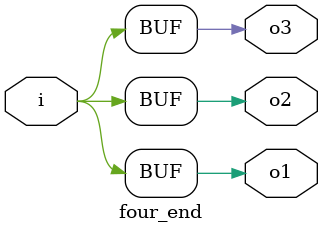
<source format=v>
module lab3part3 (SW, LEDR, KEY);
	input [9:0] SW;
	input [3:0] KEY;
	output [7:0] LEDR;
	wire [7:0] data_to_dff;
	wire [7:0] out;
	wire [7:0] from1;
	wire [7:0] ii;
	wire [7:0] oo;
	wire [7:0] op;
	wire [7:1] oLEDR;
	wire threeendo1;
	wire threeendo2;
	wire forKEY3;
	
	and(forKEY3,KEY[3],threeendo1);


	mux2to1 M71(
		.x(threeendo2),	
		.y(forKEY3),
		.s(KEY[2]),
		.m(from1[7])
	);

	mux2to1 M72(
		.x(SW[7]),
		.y(from1[7]),
		.s(KEY[1]),
		.m(data_to_dff[7])
	);

	flipflop F7(
		.D(data_to_dff[7]),
		.LEDDR(ii[7]),
		.clock(KEY[0]),
		.reset(SW[9])
	);

	four_end fe7(
		.i(ii[7]),
		.o1(oo[7]),
		.o2(op[7]),
		.o3(oLEDR[7])
	);
	
	three_end te7(
		.i(oo[7]),
		.o1(threeendo1),
		.o2(threeendo2)
	);

	assign out[7] = op[7];

	mux2to1 M61(
		.x(oo[6]),	
		.y(oLEDR[7]),
		.s(KEY[2]),
		.m(from1[6])
	);

	mux2to1 M62(
		.x(SW[6]),
		.y(from1[6]),
		.s(KEY[1]),
		.m(data_to_dff[6])
	);

	flipflop F6(
		.D(data_to_dff[6]),
		.LEDDR(ii[6]),
		.clock(KEY[0]),
		.reset(SW[9])
	);

	four_end fe6(
		.i(ii[6]),
		.o1(oo[6]),
		.o2(op[6]),
		.o3(oLEDR[6])
	);

	assign out[6] = op[6];

	mux2to1 M51(
		.x(oo[5]),	
		.y(oLEDR[6]),
		.s(KEY[2]),
		.m(from1[5])
	);

	mux2to1 M52(
		.x(SW[5]),
		.y(from1[5]),
		.s(KEY[1]),
		.m(data_to_dff[5])
	);

	flipflop F5(
		.D(data_to_dff[5]),
		.LEDDR(ii[5]),
		.clock(KEY[0]),
		.reset(SW[9])
	);

	four_end fe5(
		.i(ii[5]),
		.o1(oo[5]),
		.o2(op[5]),
		.o3(oLEDR[5])
	);

	assign out[5] = op[5];

	mux2to1 M41(
		.x(oo[4]),	
		.y(oLEDR[5]),
		.s(KEY[2]),
		.m(from1[4])
	);

	mux2to1 M42(
		.x(SW[4]),
		.y(from1[4]),
		.s(KEY[1]),
		.m(data_to_dff[4])
	);

	flipflop F4(
		.D(data_to_dff[4]),
		.LEDDR(ii[4]),
		.clock(KEY[0]),
		.reset(SW[9])
	);

	four_end fe4(
		.i(ii[4]),
		.o1(oo[4]),
		.o2(op[4]),
		.o3(oLEDR[4])
	);

	assign out[4] = op[4];

	mux2to1 M31(
		.x(oo[3]),	
		.y(oLEDR[4]),
		.s(KEY[2]),
		.m(from1[3])
	);

	mux2to1 M32(
		.x(SW[3]),
		.y(from1[3]),
		.s(KEY[1]),
		.m(data_to_dff[3])
	);

	flipflop F3(
		.D(data_to_dff[3]),
		.LEDDR(ii[3]),
		.clock(KEY[0]),
		.reset(SW[9])
	);

	four_end fe3(
		.i(ii[3]),
		.o1(oo[3]),
		.o2(op[3]),
		.o3(oLEDR[3])
	);

	assign out[3] = op[3];

	mux2to1 M21(
		.x(oo[2]),	
		.y(oLEDR[3]),
		.s(KEY[2]),
		.m(from1[2])
	);

	mux2to1 M22(
		.x(SW[2]),
		.y(from1[2]),
		.s(KEY[1]),
		.m(data_to_dff[2])
	);

	flipflop F2(
		.D(data_to_dff[2]),
		.LEDDR(ii[2]),
		.clock(KEY[0]),
		.reset(SW[9])
	);

	four_end fe2(
		.i(ii[2]),
		.o1(oo[2]),
		.o2(op[2]),
		.o3(oLEDR[2])
	);

	assign out[2] = op[2];

	mux2to1 M11(
		.x(oo[1]),	
		.y(oLEDR[2]),
		.s(KEY[2]),
		.m(from1[1])
	);

	mux2to1 M12(
		.x(SW[1]),
		.y(from1[1]),
		.s(KEY[1]),
		.m(data_to_dff[1])
	);

	flipflop F1(
		.D(data_to_dff[1]),
		.LEDDR(ii[1]),
		.clock(KEY[0]),
		.reset(SW[9])
	);

	four_end fe1(
		.i(ii[1]),
		.o1(oo[1]),
		.o2(op[1]),
		.o3(oLEDR[1])
	);

	assign out[1] = op[1];

	mux2to1 M01(
		.x(oo[0]),	
		.y(oLEDR[1]),
		.s(KEY[2]),
		.m(from1[0])
	);

	mux2to1 M02(
		.x(SW[0]),
		.y(from1[0]),
		.s(KEY[1]),
		.m(data_to_dff[0])
	);

	flipflop F0(
		.D(data_to_dff[0]),
		.LEDDR(ii[0]),
		.clock(KEY[0]),
		.reset(SW[9])
	);

	three_end te2(
		.i(ii[0]),
		.o1(oo[0]),
		.o2(op[0])
	);

	assign out[0] = op[0];
	
	assign LEDR = out;
	
endmodule

module mux2to1(x, y, s, m);
    input x; //selected when s is 0
    input y; //selected when s is 1
    input s; //select signal
    output m; //output
  
    assign m = s & y | ~s & x;
    // OR
    // assign m = s ? y : x;

endmodule 

module flipflop (reset, clock, D, LEDDR);
	input reset, clock;
	input D;
	output reg LEDDR; 
	always @(posedge clock, negedge reset)
	begin 
		if (reset == 1'b0)
			LEDDR <= 1'b0;
		else
			LEDDR <= D;
	end
endmodule

module three_end(i, o1, o2);
	input i;
	output o1,o2;
	assign o1 = i;
	assign o2 = i;
endmodule

module four_end(i, o1, o2, o3);
	input i;
	output o1,o2,o3;
	assign o1 = i;
	assign o2 = i;
	assign o3 = i;
endmodule

</source>
